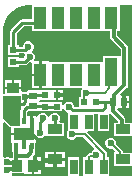
<source format=gtl>
G04*
G04 #@! TF.GenerationSoftware,Altium Limited,Altium Designer,21.6.4 (81)*
G04*
G04 Layer_Physical_Order=1*
G04 Layer_Color=255*
%FSLAX44Y44*%
%MOMM*%
G71*
G04*
G04 #@! TF.SameCoordinates,0B448374-6EB3-427F-B8DE-565289E3D6A4*
G04*
G04*
G04 #@! TF.FilePolarity,Positive*
G04*
G01*
G75*
%ADD13C,0.2000*%
%ADD15R,1.2500X0.8500*%
%ADD16R,0.6500X1.2500*%
%ADD17R,0.6000X0.6400*%
%ADD18R,0.6000X0.5000*%
%ADD19R,1.7000X1.1000*%
%ADD20R,0.3500X0.6000*%
%ADD21R,0.6400X0.6000*%
%ADD22R,0.9000X1.0000*%
%ADD23R,1.0000X0.9000*%
%ADD24R,1.1000X2.4000*%
%ADD25R,1.1000X1.9000*%
%ADD26R,0.5000X0.6000*%
%ADD40C,0.2540*%
%ADD41C,0.3000*%
%ADD42C,0.6000*%
G36*
X20742Y146573D02*
X16584Y144851D01*
X12841Y142350D01*
X9658Y139167D01*
X7158Y135424D01*
X5435Y131265D01*
X4557Y126851D01*
Y124600D01*
Y71624D01*
X6008D01*
Y75750D01*
X20008D01*
Y74003D01*
X21278Y73154D01*
X22113Y73500D01*
X23903D01*
X24252Y73355D01*
X25308Y74061D01*
Y74900D01*
X34708D01*
Y74900D01*
X35508Y75000D01*
Y75000D01*
X43945D01*
X45008Y75500D01*
X45571Y75500D01*
X49008D01*
Y71000D01*
Y66500D01*
X45008D01*
X43945Y67000D01*
X43738D01*
X35508D01*
X34708Y66061D01*
Y65939D01*
X35508Y65000D01*
X44508D01*
Y65000D01*
X45508D01*
Y65000D01*
X54508D01*
Y62624D01*
X55778Y62371D01*
X56193Y63373D01*
X57459Y64639D01*
X59113Y65324D01*
X60903D01*
X62557Y64639D01*
X63823Y63373D01*
X64508Y61719D01*
Y60824D01*
X69008D01*
Y69500D01*
X70459D01*
Y71000D01*
X70623Y71826D01*
X70508Y72105D01*
Y73895D01*
X71193Y75549D01*
X71374Y75730D01*
X70848Y77000D01*
X59278D01*
X59008Y77000D01*
X58008D01*
X57738Y77000D01*
X44571D01*
X43508Y76500D01*
X42945Y76500D01*
X37008D01*
Y88000D01*
Y99500D01*
X43508Y99500D01*
X44571Y99000D01*
X44778D01*
X57738D01*
X58008Y99000D01*
X59008D01*
X59278Y99000D01*
X73008D01*
Y99000D01*
X74008D01*
Y99000D01*
X88008D01*
X89008Y99652D01*
Y104000D01*
X103008D01*
X103949Y104794D01*
Y109733D01*
X95845Y117837D01*
X95845Y117837D01*
X95182Y118829D01*
X94949Y120000D01*
X94949Y120000D01*
Y125000D01*
X89278D01*
X89008Y125000D01*
X88008D01*
X87738Y125000D01*
X74278D01*
X74008Y125000D01*
X73008D01*
X72738Y125000D01*
X59278D01*
X59008Y125000D01*
X58008D01*
X57738Y125000D01*
X44278D01*
X44008Y125000D01*
X43008D01*
X42738Y125000D01*
X29008D01*
Y129176D01*
X21893D01*
X15832Y123115D01*
Y113000D01*
X17508D01*
Y111824D01*
X21383D01*
Y112719D01*
X22068Y114373D01*
X23333Y115639D01*
X24987Y116324D01*
X26778D01*
X28431Y115639D01*
X29697Y114373D01*
X30382Y112719D01*
Y110929D01*
X29697Y109275D01*
X28889Y108466D01*
X29085Y107016D01*
X29090Y107008D01*
X29557Y106815D01*
X30823Y105549D01*
X31508Y103895D01*
Y102105D01*
X30955Y100770D01*
X31531Y99500D01*
X35008D01*
Y89000D01*
X28508D01*
Y98096D01*
X27903Y98500D01*
X26502D01*
X25005Y97003D01*
X25005Y97003D01*
X24089Y96391D01*
X23008Y96176D01*
X17508D01*
Y95000D01*
X8508D01*
Y103000D01*
X17508D01*
Y101824D01*
X21838D01*
X22508Y102494D01*
Y103895D01*
X22939Y104935D01*
X22888Y105166D01*
X22160Y106176D01*
X17508D01*
Y105000D01*
X8508D01*
Y113000D01*
X10184D01*
Y124285D01*
X10184Y124285D01*
X10399Y125366D01*
X11011Y126282D01*
X18726Y133997D01*
X19642Y134609D01*
X20723Y134824D01*
X20723Y134824D01*
X29008D01*
X29008Y147000D01*
X27925Y147451D01*
X25157D01*
X20742Y146573D01*
D02*
G37*
G36*
X54508Y59025D02*
Y57000D01*
X45508D01*
Y57000D01*
X44508D01*
Y57000D01*
X35937D01*
X35508Y57000D01*
Y57000D01*
X34708Y57100D01*
Y57100D01*
X25308D01*
X24832Y56027D01*
Y53500D01*
X27508D01*
Y48500D01*
X29508D01*
Y53500D01*
X32258D01*
Y51943D01*
X33508Y51895D01*
X34193Y53549D01*
X35459Y54815D01*
X37113Y55500D01*
X38903D01*
X40557Y54815D01*
X41823Y53549D01*
X42335Y52313D01*
X43681D01*
X44193Y53549D01*
X45459Y54815D01*
X47113Y55500D01*
X48903D01*
X50557Y54815D01*
X51823Y53549D01*
X52508Y51895D01*
Y50105D01*
X51934Y48720D01*
X52319Y47826D01*
X52618Y47450D01*
X56008D01*
Y35950D01*
X40508D01*
X40508Y35950D01*
X39277Y35855D01*
X38245Y34823D01*
X36591Y34137D01*
X34801D01*
X33778Y34561D01*
X32508Y33802D01*
Y30500D01*
X31758D01*
Y23000D01*
X31758D01*
X31398Y21879D01*
X31277Y21272D01*
X30614Y20280D01*
X29507Y19173D01*
X29993Y18000D01*
X36258D01*
Y12000D01*
X29758D01*
Y11000D01*
X28758D01*
Y4000D01*
X23258D01*
Y4000D01*
X22258Y4500D01*
X12169D01*
X11612Y3776D01*
X12163Y2549D01*
X59558D01*
Y18000D01*
X69058D01*
Y2549D01*
X72258D01*
Y18000D01*
X74538D01*
Y18328D01*
X74732Y19304D01*
X75284Y20131D01*
X76494Y21341D01*
X77321Y21893D01*
X78297Y22087D01*
X79376D01*
X79693Y22853D01*
X80959Y24119D01*
X81547Y24362D01*
X81795Y25608D01*
X72452Y34951D01*
X66519D01*
X66519Y34951D01*
X65253Y33685D01*
X63599Y33000D01*
X61809D01*
X60155Y33685D01*
X58889Y34951D01*
X58204Y36605D01*
Y38395D01*
X58889Y40049D01*
X59558Y40718D01*
Y55500D01*
X58797Y56455D01*
X57459Y57009D01*
X56193Y58275D01*
X55778Y59278D01*
X54508Y59025D01*
D02*
G37*
G36*
X103008Y147000D02*
Y125000D01*
X101067D01*
Y121267D01*
X109171Y113163D01*
X109834Y112170D01*
X110067Y111000D01*
X110067Y111000D01*
Y79132D01*
X110067Y79132D01*
X109834Y77961D01*
X109171Y76969D01*
X103575Y71373D01*
X104061Y70200D01*
X105408D01*
Y65000D01*
Y59800D01*
X101408D01*
X100667Y58837D01*
Y58667D01*
X107171Y52163D01*
X107834Y51171D01*
X108067Y50000D01*
X108067Y50000D01*
Y47450D01*
X113459D01*
Y147451D01*
X104091D01*
X103008Y147000D01*
D02*
G37*
G36*
X4557Y51451D02*
X11008Y45000D01*
X18758D01*
Y53000D01*
X19184D01*
Y58000D01*
X19184Y58000D01*
X19399Y59081D01*
X20008Y59993D01*
Y70000D01*
X4557D01*
Y51451D01*
D02*
G37*
G36*
X81758Y40000D02*
X76409D01*
X75883Y38730D01*
X91510Y23102D01*
X92063Y22276D01*
X92257Y21300D01*
Y18000D01*
X94458D01*
Y2549D01*
X113459D01*
Y10550D01*
X98008D01*
Y22050D01*
X98368D01*
X98854Y23223D01*
X96534Y25543D01*
X96534Y25543D01*
X94744D01*
X93090Y26228D01*
X91824Y27494D01*
X91139Y29148D01*
Y30938D01*
X91824Y32592D01*
X93090Y33858D01*
X94744Y34543D01*
X96534D01*
X98188Y33858D01*
X99454Y32592D01*
X100139Y30938D01*
Y29148D01*
X100139Y29148D01*
X105106Y24181D01*
X105659Y23354D01*
X105853Y22378D01*
Y22050D01*
X113459D01*
Y35950D01*
X98008D01*
Y47450D01*
X101949D01*
Y48733D01*
X95728Y54954D01*
X94612Y54603D01*
X94458Y54486D01*
Y40000D01*
X84958D01*
Y55176D01*
X81758D01*
Y40000D01*
D02*
G37*
G36*
X4557Y47496D02*
Y18572D01*
X5827Y17967D01*
X7113Y18500D01*
X8903D01*
X10557Y17815D01*
X10872Y17500D01*
X12449D01*
Y23000D01*
X12258D01*
Y30500D01*
X11508D01*
Y37000D01*
X22008D01*
Y39000D01*
X11508D01*
Y43376D01*
X11008D01*
X9860Y43852D01*
X5730Y47982D01*
X4557Y47496D01*
D02*
G37*
%LPC*%
G36*
X6008Y83250D02*
X12008D01*
Y77750D01*
X6008D01*
Y83250D01*
D02*
G37*
G36*
X14008D02*
X20008D01*
Y77750D01*
X14008D01*
Y83250D01*
D02*
G37*
G36*
X28508Y87000D02*
X35008D01*
Y76500D01*
X28508D01*
Y87000D01*
D02*
G37*
G36*
X51008Y75500D02*
X55008D01*
Y72000D01*
X51008D01*
Y75500D01*
D02*
G37*
G36*
Y70000D02*
X55008D01*
Y66500D01*
X51008D01*
Y70000D01*
D02*
G37*
G36*
X40008Y22550D02*
X47258D01*
Y17300D01*
X40008D01*
Y22550D01*
D02*
G37*
G36*
X49258D02*
X56508D01*
Y17300D01*
X49258D01*
Y22550D01*
D02*
G37*
G36*
X40008Y15300D02*
X47258D01*
Y10050D01*
X40008D01*
Y15300D01*
D02*
G37*
G36*
X49258D02*
X56508D01*
Y10050D01*
X49258D01*
Y15300D01*
D02*
G37*
G36*
X30758Y10000D02*
X36258D01*
Y4000D01*
X30758D01*
Y10000D01*
D02*
G37*
G36*
X107408Y70200D02*
X111408D01*
Y66000D01*
X107408D01*
Y70200D01*
D02*
G37*
G36*
Y64000D02*
X111408D01*
Y59800D01*
X107408D01*
Y64000D01*
D02*
G37*
%LPD*%
G54D13*
X82743Y19539D02*
X78297D01*
X77087Y18328D01*
X83508Y20304D02*
X82743Y19539D01*
X77087Y10329D02*
Y18328D01*
X73508Y37500D02*
X62704D01*
X89708Y21300D02*
X73508Y37500D01*
X103304Y22378D02*
X95639Y30043D01*
X103304Y18754D02*
Y22378D01*
X105758Y16300D02*
X103304Y18754D01*
X89708Y10250D02*
Y21300D01*
X77087Y10329D02*
X77008Y10250D01*
X97008Y89500D02*
X96008Y90500D01*
X97008Y89500D02*
Y89500D01*
X90816Y73000D02*
X75008D01*
X94230Y76414D02*
X90816Y73000D01*
X94230Y76414D02*
Y86722D01*
X97008Y89500D02*
X94230Y86722D01*
X73008Y65000D02*
Y71000D01*
X75008Y73000D02*
X73008Y71000D01*
G54D15*
X105758Y41700D02*
D03*
X48258D02*
D03*
Y16300D02*
D03*
X105758D02*
D03*
G54D16*
X89708Y47750D02*
D03*
X77008D02*
D03*
X64308D02*
D03*
Y10250D02*
D03*
X77008D02*
D03*
X89708D02*
D03*
G54D17*
X97608Y65000D02*
D03*
X106408D02*
D03*
G54D18*
X50008Y71000D02*
D03*
Y61000D02*
D03*
X40008D02*
D03*
Y71000D02*
D03*
X13008Y99000D02*
D03*
Y109000D02*
D03*
G54D19*
X22008Y38000D02*
D03*
G54D20*
X15508Y27500D02*
D03*
X22008D02*
D03*
X28508D02*
D03*
Y48500D02*
D03*
X22008D02*
D03*
X15508D02*
D03*
G54D21*
X30008Y70400D02*
D03*
Y61600D02*
D03*
G54D22*
X29758Y11000D02*
D03*
X16258D02*
D03*
G54D23*
X13008Y76750D02*
D03*
Y63250D02*
D03*
G54D24*
X96008Y90500D02*
D03*
G54D25*
X81008Y88000D02*
D03*
X66008D02*
D03*
X51008D02*
D03*
X36008D02*
D03*
Y136000D02*
D03*
X51008D02*
D03*
X66008D02*
D03*
X81008D02*
D03*
X96008D02*
D03*
G54D26*
X83008Y65000D02*
D03*
X73008D02*
D03*
G54D40*
X22008Y48500D02*
Y58000D01*
X30008Y61600D02*
X28954Y60546D01*
X24554D01*
X22008Y58000D01*
X22803Y64840D02*
X21315Y63352D01*
X13111D01*
X23670Y69662D02*
X22803Y68795D01*
Y64840D02*
Y68795D01*
X29270Y69662D02*
X23670D01*
X30308Y70700D02*
X29270Y69662D01*
X38008Y50094D02*
Y51000D01*
X35696Y38637D02*
Y47782D01*
X38008Y50094D02*
X35696Y47782D01*
X63226Y58000D02*
X60402Y60824D01*
X88008Y58000D02*
X63226D01*
X60402Y60824D02*
X60008D01*
X22665Y109000D02*
X13008D01*
X25882Y111824D02*
X25489D01*
X22665Y109000D01*
X13008Y109000D02*
Y124285D01*
X32008Y132000D02*
X20723D01*
X13008Y124285D01*
X36008Y136000D02*
X32008Y132000D01*
X90308Y60300D02*
Y65000D01*
Y60300D02*
X88008Y58000D01*
X48258Y41700D02*
Y50750D01*
X48008Y51000D01*
X27008Y103000D02*
X23008Y99000D01*
X13008D01*
X13008Y109000D02*
X13008Y109000D01*
X90308Y65000D02*
X83008D01*
X97608D02*
X90308D01*
X39708Y70700D02*
X30308D01*
X40008Y71000D02*
X39708Y70700D01*
X30308Y61300D02*
X30008Y61600D01*
X39708Y61300D02*
X30308D01*
X40008Y61000D02*
X39708Y61300D01*
X50008Y61000D02*
X40008D01*
G54D41*
X35434Y22426D02*
Y25238D01*
X36008Y25812D02*
X35434Y25238D01*
X36008Y25812D02*
X34008Y27812D01*
X35434Y22426D02*
X31751Y18743D01*
X34008Y32547D02*
X29555Y37000D01*
X31751Y12993D02*
X29758Y11000D01*
X34008Y27812D02*
Y32547D01*
X31751Y12993D02*
Y18743D01*
X107008Y79132D02*
Y111000D01*
Y79132D02*
X98590Y70714D01*
Y65982D02*
Y70714D01*
X32758Y9007D02*
X31751Y10015D01*
X40008Y6000D02*
X37001Y9007D01*
X32758D01*
X31751Y12993D02*
X29758Y11000D01*
X47008Y6000D02*
X40008D01*
X31751Y10015D02*
Y12993D01*
X48258Y7521D02*
X47008Y6271D01*
X48258Y7521D02*
Y16300D01*
X47008Y6000D02*
Y6271D01*
X28508Y42000D02*
X24508Y38000D01*
X29555Y37000D02*
X28008D01*
X27008Y38000D01*
X105758Y41700D02*
X105008Y42450D01*
Y50000D01*
X47215Y15257D02*
X39265D01*
X48258Y16300D02*
X47215Y15257D01*
X37001Y12993D02*
X31751D01*
X39265Y15257D02*
X37001Y12993D01*
X97608Y57400D02*
Y65000D01*
X105008Y50000D02*
X97608Y57400D01*
X59008Y71000D02*
X50008D01*
X59008Y71000D02*
X59008Y71000D01*
X25633Y19625D02*
X15508D01*
X28508Y27500D02*
X28451Y27443D01*
Y22443D02*
X25633Y19625D01*
X28451Y22443D02*
Y27443D01*
X24508Y38000D02*
X22008D01*
X28508Y42000D02*
Y48500D01*
X22008Y27500D02*
Y38000D01*
X107229Y65821D02*
X106408Y65000D01*
X107229Y65821D02*
Y70951D01*
X109008Y72729D02*
X107229Y70951D01*
X109008Y72729D02*
Y73000D01*
X106408Y57871D02*
Y65000D01*
X98590Y65982D02*
X97608Y65000D01*
X107008Y111000D02*
X98008Y120000D01*
Y134000D01*
X96008Y136000D01*
X107008Y57271D02*
X106408Y57871D01*
X107008Y57000D02*
Y57271D01*
X13258Y7839D02*
X9118D01*
X8279Y7000D01*
X8008D01*
X16258Y10840D02*
Y11000D01*
Y10840D02*
X13258Y7839D01*
X15508Y11750D02*
X13597Y13661D01*
X8618D02*
X8279Y14000D01*
X13597Y13661D02*
X8618D01*
X8279Y14000D02*
X8008D01*
X15508Y19625D02*
Y27500D01*
Y11750D02*
Y19625D01*
X16258Y11000D02*
X15508Y11750D01*
G54D42*
X23008Y69000D02*
D03*
X83508Y20304D02*
D03*
X62704Y37500D02*
D03*
X35696Y38637D02*
D03*
X60008Y60824D02*
D03*
X38008Y51000D02*
D03*
X25882Y111824D02*
D03*
X36008Y25812D02*
D03*
X75008Y105000D02*
D03*
X108008Y140000D02*
D03*
X109008Y73000D02*
D03*
X108008Y29000D02*
D03*
X100008Y6000D02*
D03*
X47008D02*
D03*
X17008Y38000D02*
D03*
X27008D02*
D03*
X43008Y113000D02*
D03*
X12008Y90000D02*
D03*
X22008D02*
D03*
X25008Y120000D02*
D03*
X20008Y139334D02*
D03*
X53008Y105000D02*
D03*
X89008Y119000D02*
D03*
X95639Y30043D02*
D03*
X59008Y71000D02*
D03*
X27008Y103000D02*
D03*
X48008Y51000D02*
D03*
X107008Y57000D02*
D03*
X8008Y7000D02*
D03*
Y14000D02*
D03*
X75008Y73000D02*
D03*
M02*

</source>
